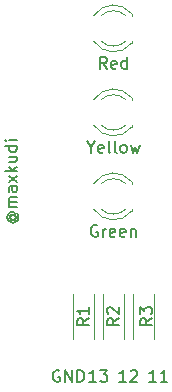
<source format=gbr>
%TF.GenerationSoftware,KiCad,Pcbnew,(5.1.8)-1*%
%TF.CreationDate,2020-12-20T09:07:50+01:00*%
%TF.ProjectId,Traffic Light,54726166-6669-4632-904c-696768742e6b,rev?*%
%TF.SameCoordinates,Original*%
%TF.FileFunction,Legend,Top*%
%TF.FilePolarity,Positive*%
%FSLAX46Y46*%
G04 Gerber Fmt 4.6, Leading zero omitted, Abs format (unit mm)*
G04 Created by KiCad (PCBNEW (5.1.8)-1) date 2020-12-20 09:07:50*
%MOMM*%
%LPD*%
G01*
G04 APERTURE LIST*
%ADD10C,0.150000*%
%ADD11C,0.120000*%
G04 APERTURE END LIST*
D10*
X114530190Y-81597142D02*
X114482571Y-81644761D01*
X114434952Y-81740000D01*
X114434952Y-81835238D01*
X114482571Y-81930476D01*
X114530190Y-81978095D01*
X114625428Y-82025714D01*
X114720666Y-82025714D01*
X114815904Y-81978095D01*
X114863523Y-81930476D01*
X114911142Y-81835238D01*
X114911142Y-81740000D01*
X114863523Y-81644761D01*
X114815904Y-81597142D01*
X114434952Y-81597142D02*
X114815904Y-81597142D01*
X114863523Y-81549523D01*
X114863523Y-81501904D01*
X114815904Y-81406666D01*
X114720666Y-81359047D01*
X114482571Y-81359047D01*
X114339714Y-81454285D01*
X114244476Y-81597142D01*
X114196857Y-81787619D01*
X114244476Y-81978095D01*
X114339714Y-82120952D01*
X114482571Y-82216190D01*
X114673047Y-82263809D01*
X114863523Y-82216190D01*
X115006380Y-82120952D01*
X115101619Y-81978095D01*
X115149238Y-81787619D01*
X115101619Y-81597142D01*
X115006380Y-81454285D01*
X115006380Y-80930476D02*
X114339714Y-80930476D01*
X114434952Y-80930476D02*
X114387333Y-80882857D01*
X114339714Y-80787619D01*
X114339714Y-80644761D01*
X114387333Y-80549523D01*
X114482571Y-80501904D01*
X115006380Y-80501904D01*
X114482571Y-80501904D02*
X114387333Y-80454285D01*
X114339714Y-80359047D01*
X114339714Y-80216190D01*
X114387333Y-80120952D01*
X114482571Y-80073333D01*
X115006380Y-80073333D01*
X115006380Y-79168571D02*
X114482571Y-79168571D01*
X114387333Y-79216190D01*
X114339714Y-79311428D01*
X114339714Y-79501904D01*
X114387333Y-79597142D01*
X114958761Y-79168571D02*
X115006380Y-79263809D01*
X115006380Y-79501904D01*
X114958761Y-79597142D01*
X114863523Y-79644761D01*
X114768285Y-79644761D01*
X114673047Y-79597142D01*
X114625428Y-79501904D01*
X114625428Y-79263809D01*
X114577809Y-79168571D01*
X115006380Y-78787619D02*
X114339714Y-78263809D01*
X114339714Y-78787619D02*
X115006380Y-78263809D01*
X115006380Y-77882857D02*
X114006380Y-77882857D01*
X114625428Y-77787619D02*
X115006380Y-77501904D01*
X114339714Y-77501904D02*
X114720666Y-77882857D01*
X114339714Y-76644761D02*
X115006380Y-76644761D01*
X114339714Y-77073333D02*
X114863523Y-77073333D01*
X114958761Y-77025714D01*
X115006380Y-76930476D01*
X115006380Y-76787619D01*
X114958761Y-76692380D01*
X114911142Y-76644761D01*
X115006380Y-75740000D02*
X114006380Y-75740000D01*
X114958761Y-75740000D02*
X115006380Y-75835238D01*
X115006380Y-76025714D01*
X114958761Y-76120952D01*
X114911142Y-76168571D01*
X114815904Y-76216190D01*
X114530190Y-76216190D01*
X114434952Y-76168571D01*
X114387333Y-76120952D01*
X114339714Y-76025714D01*
X114339714Y-75835238D01*
X114387333Y-75740000D01*
X115006380Y-75263809D02*
X114339714Y-75263809D01*
X114006380Y-75263809D02*
X114054000Y-75311428D01*
X114101619Y-75263809D01*
X114054000Y-75216190D01*
X114006380Y-75263809D01*
X114101619Y-75263809D01*
X126809523Y-95702380D02*
X126238095Y-95702380D01*
X126523809Y-95702380D02*
X126523809Y-94702380D01*
X126428571Y-94845238D01*
X126333333Y-94940476D01*
X126238095Y-94988095D01*
X127761904Y-95702380D02*
X127190476Y-95702380D01*
X127476190Y-95702380D02*
X127476190Y-94702380D01*
X127380952Y-94845238D01*
X127285714Y-94940476D01*
X127190476Y-94988095D01*
X124269523Y-95702380D02*
X123698095Y-95702380D01*
X123983809Y-95702380D02*
X123983809Y-94702380D01*
X123888571Y-94845238D01*
X123793333Y-94940476D01*
X123698095Y-94988095D01*
X124650476Y-94797619D02*
X124698095Y-94750000D01*
X124793333Y-94702380D01*
X125031428Y-94702380D01*
X125126666Y-94750000D01*
X125174285Y-94797619D01*
X125221904Y-94892857D01*
X125221904Y-94988095D01*
X125174285Y-95130952D01*
X124602857Y-95702380D01*
X125221904Y-95702380D01*
X121729523Y-95702380D02*
X121158095Y-95702380D01*
X121443809Y-95702380D02*
X121443809Y-94702380D01*
X121348571Y-94845238D01*
X121253333Y-94940476D01*
X121158095Y-94988095D01*
X122062857Y-94702380D02*
X122681904Y-94702380D01*
X122348571Y-95083333D01*
X122491428Y-95083333D01*
X122586666Y-95130952D01*
X122634285Y-95178571D01*
X122681904Y-95273809D01*
X122681904Y-95511904D01*
X122634285Y-95607142D01*
X122586666Y-95654761D01*
X122491428Y-95702380D01*
X122205714Y-95702380D01*
X122110476Y-95654761D01*
X122062857Y-95607142D01*
X118618095Y-94750000D02*
X118522857Y-94702380D01*
X118380000Y-94702380D01*
X118237142Y-94750000D01*
X118141904Y-94845238D01*
X118094285Y-94940476D01*
X118046666Y-95130952D01*
X118046666Y-95273809D01*
X118094285Y-95464285D01*
X118141904Y-95559523D01*
X118237142Y-95654761D01*
X118380000Y-95702380D01*
X118475238Y-95702380D01*
X118618095Y-95654761D01*
X118665714Y-95607142D01*
X118665714Y-95273809D01*
X118475238Y-95273809D01*
X119094285Y-95702380D02*
X119094285Y-94702380D01*
X119665714Y-95702380D01*
X119665714Y-94702380D01*
X120141904Y-95702380D02*
X120141904Y-94702380D01*
X120380000Y-94702380D01*
X120522857Y-94750000D01*
X120618095Y-94845238D01*
X120665714Y-94940476D01*
X120713333Y-95130952D01*
X120713333Y-95273809D01*
X120665714Y-95464285D01*
X120618095Y-95559523D01*
X120522857Y-95654761D01*
X120380000Y-95702380D01*
X120141904Y-95702380D01*
D11*
%TO.C,Red*%
X124750000Y-64706000D02*
X124750000Y-64550000D01*
X124750000Y-67022000D02*
X124750000Y-66866000D01*
X121517665Y-66864608D02*
G75*
G03*
X124750000Y-67021516I1672335J1078608D01*
G01*
X121517665Y-64707392D02*
G75*
G02*
X124750000Y-64550484I1672335J-1078608D01*
G01*
X122148870Y-66865837D02*
G75*
G03*
X124230961Y-66866000I1041130J1079837D01*
G01*
X122148870Y-64706163D02*
G75*
G02*
X124230961Y-64706000I1041130J-1079837D01*
G01*
%TO.C,Yellow*%
X122148870Y-71818163D02*
G75*
G02*
X124230961Y-71818000I1041130J-1079837D01*
G01*
X122148870Y-73977837D02*
G75*
G03*
X124230961Y-73978000I1041130J1079837D01*
G01*
X121517665Y-71819392D02*
G75*
G02*
X124750000Y-71662484I1672335J-1078608D01*
G01*
X121517665Y-73976608D02*
G75*
G03*
X124750000Y-74133516I1672335J1078608D01*
G01*
X124750000Y-74134000D02*
X124750000Y-73978000D01*
X124750000Y-71818000D02*
X124750000Y-71662000D01*
%TO.C,Green*%
X124750000Y-78930000D02*
X124750000Y-78774000D01*
X124750000Y-81246000D02*
X124750000Y-81090000D01*
X121517665Y-81088608D02*
G75*
G03*
X124750000Y-81245516I1672335J1078608D01*
G01*
X121517665Y-78931392D02*
G75*
G02*
X124750000Y-78774484I1672335J-1078608D01*
G01*
X122148870Y-81089837D02*
G75*
G03*
X124230961Y-81090000I1041130J1079837D01*
G01*
X122148870Y-78930163D02*
G75*
G02*
X124230961Y-78930000I1041130J-1079837D01*
G01*
%TO.C,R1*%
X119730000Y-88250000D02*
X119730000Y-92090000D01*
X121570000Y-88250000D02*
X121570000Y-92090000D01*
%TO.C,R2*%
X124110000Y-88250000D02*
X124110000Y-92090000D01*
X122270000Y-88250000D02*
X122270000Y-92090000D01*
%TO.C,R3*%
X124810000Y-88250000D02*
X124810000Y-92090000D01*
X126650000Y-88250000D02*
X126650000Y-92090000D01*
%TO.C,Red*%
D10*
X122618571Y-69198380D02*
X122285238Y-68722190D01*
X122047142Y-69198380D02*
X122047142Y-68198380D01*
X122428095Y-68198380D01*
X122523333Y-68246000D01*
X122570952Y-68293619D01*
X122618571Y-68388857D01*
X122618571Y-68531714D01*
X122570952Y-68626952D01*
X122523333Y-68674571D01*
X122428095Y-68722190D01*
X122047142Y-68722190D01*
X123428095Y-69150761D02*
X123332857Y-69198380D01*
X123142380Y-69198380D01*
X123047142Y-69150761D01*
X122999523Y-69055523D01*
X122999523Y-68674571D01*
X123047142Y-68579333D01*
X123142380Y-68531714D01*
X123332857Y-68531714D01*
X123428095Y-68579333D01*
X123475714Y-68674571D01*
X123475714Y-68769809D01*
X122999523Y-68865047D01*
X124332857Y-69198380D02*
X124332857Y-68198380D01*
X124332857Y-69150761D02*
X124237619Y-69198380D01*
X124047142Y-69198380D01*
X123951904Y-69150761D01*
X123904285Y-69103142D01*
X123856666Y-69007904D01*
X123856666Y-68722190D01*
X123904285Y-68626952D01*
X123951904Y-68579333D01*
X124047142Y-68531714D01*
X124237619Y-68531714D01*
X124332857Y-68579333D01*
%TO.C,Yellow*%
X121261428Y-75834190D02*
X121261428Y-76310380D01*
X120928095Y-75310380D02*
X121261428Y-75834190D01*
X121594761Y-75310380D01*
X122309047Y-76262761D02*
X122213809Y-76310380D01*
X122023333Y-76310380D01*
X121928095Y-76262761D01*
X121880476Y-76167523D01*
X121880476Y-75786571D01*
X121928095Y-75691333D01*
X122023333Y-75643714D01*
X122213809Y-75643714D01*
X122309047Y-75691333D01*
X122356666Y-75786571D01*
X122356666Y-75881809D01*
X121880476Y-75977047D01*
X122928095Y-76310380D02*
X122832857Y-76262761D01*
X122785238Y-76167523D01*
X122785238Y-75310380D01*
X123451904Y-76310380D02*
X123356666Y-76262761D01*
X123309047Y-76167523D01*
X123309047Y-75310380D01*
X123975714Y-76310380D02*
X123880476Y-76262761D01*
X123832857Y-76215142D01*
X123785238Y-76119904D01*
X123785238Y-75834190D01*
X123832857Y-75738952D01*
X123880476Y-75691333D01*
X123975714Y-75643714D01*
X124118571Y-75643714D01*
X124213809Y-75691333D01*
X124261428Y-75738952D01*
X124309047Y-75834190D01*
X124309047Y-76119904D01*
X124261428Y-76215142D01*
X124213809Y-76262761D01*
X124118571Y-76310380D01*
X123975714Y-76310380D01*
X124642380Y-75643714D02*
X124832857Y-76310380D01*
X125023333Y-75834190D01*
X125213809Y-76310380D01*
X125404285Y-75643714D01*
%TO.C,Green*%
X121832857Y-82470000D02*
X121737619Y-82422380D01*
X121594761Y-82422380D01*
X121451904Y-82470000D01*
X121356666Y-82565238D01*
X121309047Y-82660476D01*
X121261428Y-82850952D01*
X121261428Y-82993809D01*
X121309047Y-83184285D01*
X121356666Y-83279523D01*
X121451904Y-83374761D01*
X121594761Y-83422380D01*
X121690000Y-83422380D01*
X121832857Y-83374761D01*
X121880476Y-83327142D01*
X121880476Y-82993809D01*
X121690000Y-82993809D01*
X122309047Y-83422380D02*
X122309047Y-82755714D01*
X122309047Y-82946190D02*
X122356666Y-82850952D01*
X122404285Y-82803333D01*
X122499523Y-82755714D01*
X122594761Y-82755714D01*
X123309047Y-83374761D02*
X123213809Y-83422380D01*
X123023333Y-83422380D01*
X122928095Y-83374761D01*
X122880476Y-83279523D01*
X122880476Y-82898571D01*
X122928095Y-82803333D01*
X123023333Y-82755714D01*
X123213809Y-82755714D01*
X123309047Y-82803333D01*
X123356666Y-82898571D01*
X123356666Y-82993809D01*
X122880476Y-83089047D01*
X124166190Y-83374761D02*
X124070952Y-83422380D01*
X123880476Y-83422380D01*
X123785238Y-83374761D01*
X123737619Y-83279523D01*
X123737619Y-82898571D01*
X123785238Y-82803333D01*
X123880476Y-82755714D01*
X124070952Y-82755714D01*
X124166190Y-82803333D01*
X124213809Y-82898571D01*
X124213809Y-82993809D01*
X123737619Y-83089047D01*
X124642380Y-82755714D02*
X124642380Y-83422380D01*
X124642380Y-82850952D02*
X124690000Y-82803333D01*
X124785238Y-82755714D01*
X124928095Y-82755714D01*
X125023333Y-82803333D01*
X125070952Y-82898571D01*
X125070952Y-83422380D01*
%TO.C, *%
%TO.C,R1*%
X121102380Y-90336666D02*
X120626190Y-90670000D01*
X121102380Y-90908095D02*
X120102380Y-90908095D01*
X120102380Y-90527142D01*
X120150000Y-90431904D01*
X120197619Y-90384285D01*
X120292857Y-90336666D01*
X120435714Y-90336666D01*
X120530952Y-90384285D01*
X120578571Y-90431904D01*
X120626190Y-90527142D01*
X120626190Y-90908095D01*
X121102380Y-89384285D02*
X121102380Y-89955714D01*
X121102380Y-89670000D02*
X120102380Y-89670000D01*
X120245238Y-89765238D01*
X120340476Y-89860476D01*
X120388095Y-89955714D01*
%TO.C,R2*%
X123642380Y-90336666D02*
X123166190Y-90670000D01*
X123642380Y-90908095D02*
X122642380Y-90908095D01*
X122642380Y-90527142D01*
X122690000Y-90431904D01*
X122737619Y-90384285D01*
X122832857Y-90336666D01*
X122975714Y-90336666D01*
X123070952Y-90384285D01*
X123118571Y-90431904D01*
X123166190Y-90527142D01*
X123166190Y-90908095D01*
X122737619Y-89955714D02*
X122690000Y-89908095D01*
X122642380Y-89812857D01*
X122642380Y-89574761D01*
X122690000Y-89479523D01*
X122737619Y-89431904D01*
X122832857Y-89384285D01*
X122928095Y-89384285D01*
X123070952Y-89431904D01*
X123642380Y-90003333D01*
X123642380Y-89384285D01*
%TO.C,R3*%
X126436380Y-90336666D02*
X125960190Y-90670000D01*
X126436380Y-90908095D02*
X125436380Y-90908095D01*
X125436380Y-90527142D01*
X125484000Y-90431904D01*
X125531619Y-90384285D01*
X125626857Y-90336666D01*
X125769714Y-90336666D01*
X125864952Y-90384285D01*
X125912571Y-90431904D01*
X125960190Y-90527142D01*
X125960190Y-90908095D01*
X125436380Y-90003333D02*
X125436380Y-89384285D01*
X125817333Y-89717619D01*
X125817333Y-89574761D01*
X125864952Y-89479523D01*
X125912571Y-89431904D01*
X126007809Y-89384285D01*
X126245904Y-89384285D01*
X126341142Y-89431904D01*
X126388761Y-89479523D01*
X126436380Y-89574761D01*
X126436380Y-89860476D01*
X126388761Y-89955714D01*
X126341142Y-90003333D01*
%TD*%
M02*

</source>
